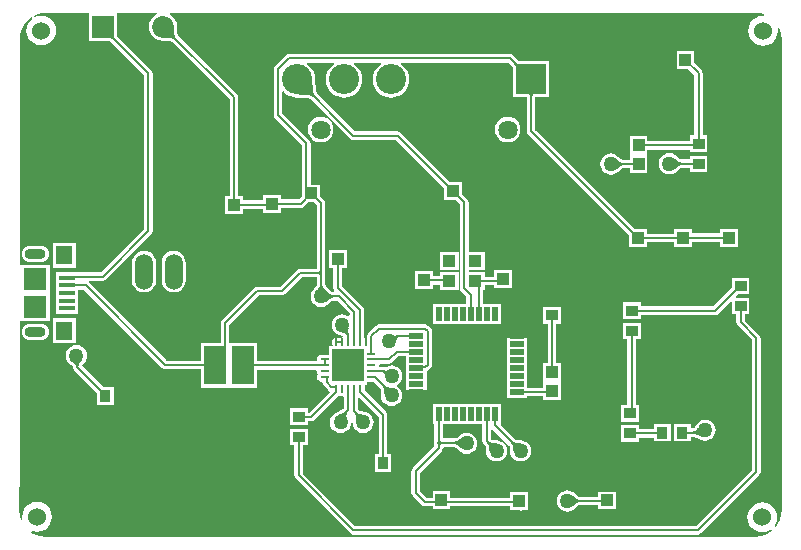
<source format=gtl>
G04*
G04 #@! TF.GenerationSoftware,Altium Limited,Altium Designer,19.1.5 (86)*
G04*
G04 Layer_Physical_Order=1*
G04 Layer_Color=255*
%FSLAX25Y25*%
%MOIN*%
G70*
G01*
G75*
%ADD15R,0.03937X0.03543*%
%ADD16R,0.07284X0.12992*%
%ADD17R,0.03937X0.03937*%
%ADD18R,0.03937X0.03937*%
%ADD19R,0.03543X0.03937*%
%ADD20R,0.10827X0.10827*%
%ADD21O,0.03150X0.00984*%
%ADD22O,0.00984X0.03150*%
%ADD23R,0.07480X0.07480*%
%ADD24R,0.05512X0.06299*%
%ADD25R,0.05315X0.01575*%
%ADD26R,0.04724X0.01968*%
%ADD27R,0.01968X0.04724*%
%ADD28R,0.04331X0.03858*%
%ADD53C,0.00800*%
%ADD54O,0.05937X0.11874*%
%ADD55C,0.06417*%
%ADD56R,0.10039X0.10039*%
%ADD57C,0.10039*%
%ADD58R,0.07284X0.07284*%
%ADD59C,0.07284*%
%ADD60O,0.07087X0.03543*%
%ADD61C,0.01968*%
%ADD62C,0.06000*%
%ADD63C,0.02362*%
%ADD64C,0.05000*%
G36*
X32362Y168462D02*
X32322Y168406D01*
X32309Y168333D01*
X32324Y168245D01*
X32367Y168140D01*
X32438Y168019D01*
X32536Y167881D01*
X32661Y167727D01*
X32995Y167370D01*
X31930Y167305D01*
X31788Y167440D01*
X31524Y167659D01*
X31401Y167742D01*
X31285Y167808D01*
X31175Y167856D01*
X31071Y167886D01*
X30974Y167898D01*
X30883Y167893D01*
X30798Y167870D01*
X32430Y168502D01*
X32362Y168462D01*
D02*
G37*
G36*
X52444Y170884D02*
X52546Y169413D01*
X52613Y169013D01*
X52696Y168656D01*
X52794Y168345D01*
X52909Y168078D01*
X53040Y167856D01*
X53187Y167678D01*
X52622Y167113D01*
X52444Y167260D01*
X52222Y167391D01*
X51955Y167506D01*
X51644Y167604D01*
X51287Y167687D01*
X50886Y167754D01*
X49951Y167838D01*
X49416Y167856D01*
X48836Y167858D01*
X52442Y171464D01*
X52444Y170884D01*
D02*
G37*
G36*
X166657Y159314D02*
X166953Y159063D01*
X167084Y158971D01*
X167202Y158902D01*
X167310Y158855D01*
X167406Y158831D01*
X167490Y158830D01*
X167563Y158852D01*
X167624Y158896D01*
X166504Y157776D01*
X166548Y157837D01*
X166570Y157910D01*
X166569Y157994D01*
X166545Y158090D01*
X166498Y158198D01*
X166429Y158317D01*
X166338Y158447D01*
X166223Y158589D01*
X165927Y158908D01*
X166492Y159473D01*
X166657Y159314D01*
D02*
G37*
G36*
X172224Y148884D02*
X172156Y148860D01*
X172096Y148820D01*
X172044Y148764D01*
X172000Y148692D01*
X171964Y148604D01*
X171936Y148500D01*
X171916Y148380D01*
X171904Y148244D01*
X171900Y148092D01*
X171100D01*
X171096Y148244D01*
X171084Y148380D01*
X171064Y148500D01*
X171036Y148604D01*
X171000Y148692D01*
X170956Y148764D01*
X170904Y148820D01*
X170844Y148860D01*
X170776Y148884D01*
X170700Y148892D01*
X172300D01*
X172224Y148884D01*
D02*
G37*
G36*
X98568Y153012D02*
X98695Y150903D01*
X98778Y150336D01*
X98881Y149837D01*
X99005Y149405D01*
X99149Y149040D01*
X99313Y148744D01*
X99498Y148515D01*
X98932Y147949D01*
X98703Y148134D01*
X98407Y148299D01*
X98043Y148443D01*
X97611Y148566D01*
X97111Y148670D01*
X96544Y148752D01*
X95206Y148857D01*
X93597Y148881D01*
X98567Y153850D01*
X98568Y153012D01*
D02*
G37*
G36*
X247854Y176021D02*
X249125Y175635D01*
X249181Y175534D01*
X248865Y175071D01*
X248800Y175080D01*
X247511Y174910D01*
X246310Y174413D01*
X245279Y173621D01*
X244488Y172590D01*
X243990Y171389D01*
X243820Y170100D01*
X243990Y168811D01*
X244488Y167610D01*
X245279Y166579D01*
X246310Y165787D01*
X247511Y165290D01*
X248800Y165120D01*
X250089Y165290D01*
X251290Y165787D01*
X252321Y166579D01*
X253113Y167610D01*
X253610Y168811D01*
X253780Y170100D01*
X253665Y170973D01*
X254149Y171129D01*
X254409Y170642D01*
X254921Y168955D01*
X255086Y167276D01*
X255071Y167200D01*
Y10400D01*
X255086Y10324D01*
X254921Y8646D01*
X254409Y6958D01*
X253578Y5404D01*
X252960Y4651D01*
X252568Y4962D01*
X252912Y5410D01*
X253410Y6611D01*
X253580Y7900D01*
X253410Y9189D01*
X252912Y10390D01*
X252121Y11421D01*
X251090Y12212D01*
X249889Y12710D01*
X248600Y12880D01*
X247311Y12710D01*
X246110Y12212D01*
X245079Y11421D01*
X244287Y10390D01*
X243790Y9189D01*
X243620Y7900D01*
X243790Y6611D01*
X244287Y5410D01*
X245079Y4379D01*
X246110Y3588D01*
X247311Y3090D01*
X248600Y2920D01*
X249889Y3090D01*
X251090Y3588D01*
X251538Y3932D01*
X251849Y3540D01*
X251097Y2922D01*
X249542Y2091D01*
X247854Y1579D01*
X246176Y1414D01*
X246100Y1429D01*
X9800D01*
X9724Y1414D01*
X8045Y1579D01*
X6358Y2091D01*
X4894Y2874D01*
X4814Y3038D01*
X5181Y3427D01*
X5511Y3290D01*
X6800Y3120D01*
X8089Y3290D01*
X9290Y3788D01*
X10321Y4579D01*
X11112Y5610D01*
X11610Y6811D01*
X11780Y8100D01*
X11610Y9389D01*
X11112Y10590D01*
X10321Y11621D01*
X9290Y12412D01*
X8089Y12910D01*
X6800Y13080D01*
X5511Y12910D01*
X4310Y12412D01*
X3279Y11621D01*
X2488Y10590D01*
X1990Y9389D01*
X1820Y8100D01*
X1938Y7209D01*
X1447Y7103D01*
X979Y8646D01*
X814Y10324D01*
X829Y10400D01*
Y17690D01*
X913Y17815D01*
X1029Y18400D01*
Y73233D01*
X1528Y73235D01*
X1529Y73235D01*
X11009D01*
Y82684D01*
Y92165D01*
X1529D01*
X1528Y92165D01*
X1029Y92167D01*
Y167200D01*
X1014Y167276D01*
X1179Y168955D01*
X1691Y170642D01*
X2522Y172196D01*
X3641Y173559D01*
X4912Y174603D01*
X5008Y174604D01*
X5182Y174107D01*
X4679Y173721D01*
X3887Y172690D01*
X3390Y171489D01*
X3220Y170200D01*
X3390Y168911D01*
X3887Y167710D01*
X4679Y166679D01*
X5710Y165887D01*
X6911Y165390D01*
X8200Y165220D01*
X9489Y165390D01*
X10690Y165887D01*
X11721Y166679D01*
X12513Y167710D01*
X13010Y168911D01*
X13180Y170200D01*
X13010Y171489D01*
X12513Y172690D01*
X11721Y173721D01*
X10690Y174513D01*
X9489Y175010D01*
X8200Y175180D01*
X6911Y175010D01*
X6038Y174648D01*
X5989Y174628D01*
X5895Y174625D01*
X5695Y175048D01*
X6558Y175509D01*
X8246Y176021D01*
X9924Y176186D01*
X10000Y176171D01*
X23670D01*
X24158Y176142D01*
Y166858D01*
X30742D01*
X30775Y166851D01*
X30816Y166858D01*
X30889D01*
X30911Y166843D01*
X31069Y166712D01*
X42473Y155309D01*
Y103991D01*
X28114Y89633D01*
X19058D01*
X19058Y89633D01*
X18920Y89605D01*
X13142D01*
Y86031D01*
Y83472D01*
Y80913D01*
Y78354D01*
Y75795D01*
X20458D01*
Y78354D01*
Y80913D01*
Y83832D01*
X22450D01*
X48591Y57691D01*
X48591Y57691D01*
X49054Y57381D01*
X49600Y57273D01*
X61606D01*
Y51104D01*
X80142D01*
Y57173D01*
X99834D01*
X100151Y56786D01*
X100120Y56631D01*
X100236Y56049D01*
X100505Y55647D01*
X100236Y55245D01*
X100120Y54663D01*
X100236Y54081D01*
X100566Y53587D01*
X101059Y53257D01*
X101476Y53175D01*
X101895Y52971D01*
X102004Y52425D01*
X102313Y51961D01*
X103861Y50413D01*
X103861Y50413D01*
X104249Y50154D01*
X104417Y49614D01*
X97676Y42874D01*
X96969D01*
Y44218D01*
X91031D01*
Y38675D01*
X96969D01*
Y40019D01*
X98268D01*
X98268Y40019D01*
X98814Y40128D01*
X99277Y40437D01*
X107238Y48399D01*
X107547Y48605D01*
X107949Y48336D01*
X108531Y48220D01*
X108686Y48251D01*
X109073Y47934D01*
Y44191D01*
X108836Y43954D01*
X106534Y42799D01*
X106486Y42761D01*
X106235Y42657D01*
X105504Y42096D01*
X104943Y41365D01*
X104590Y40514D01*
X104470Y39600D01*
X104590Y38686D01*
X104943Y37835D01*
X105504Y37104D01*
X106235Y36543D01*
X107086Y36190D01*
X108000Y36070D01*
X108914Y36190D01*
X109765Y36543D01*
X110496Y37104D01*
X111057Y37835D01*
X111410Y38686D01*
X111498Y39354D01*
X112002D01*
X112090Y38686D01*
X112443Y37835D01*
X113004Y37104D01*
X113735Y36543D01*
X114586Y36190D01*
X115500Y36070D01*
X116414Y36190D01*
X117265Y36543D01*
X117996Y37104D01*
X118557Y37835D01*
X118910Y38686D01*
X119030Y39600D01*
X118910Y40514D01*
X118557Y41365D01*
X117996Y42096D01*
X117265Y42657D01*
X116414Y43010D01*
X116171Y43042D01*
X116109Y43066D01*
X115735Y43135D01*
X115093Y43277D01*
X114587Y43424D01*
X114408Y43490D01*
X114262Y43553D01*
X114161Y43606D01*
X114125Y43630D01*
X113896Y43859D01*
Y47611D01*
X114358Y47802D01*
X120726Y41434D01*
Y29068D01*
X119382D01*
Y23132D01*
X124925D01*
Y29068D01*
X123581D01*
Y42025D01*
X123581Y42025D01*
X123472Y42571D01*
X123163Y43035D01*
X123163Y43035D01*
X115958Y50239D01*
Y51907D01*
X116188Y52187D01*
X116913D01*
Y52912D01*
X117193Y53142D01*
X118811D01*
X121382Y50571D01*
X121405Y50534D01*
X121439Y50461D01*
X121475Y50354D01*
X121507Y50212D01*
X121531Y50036D01*
X121544Y49839D01*
X121531Y49295D01*
X121502Y48984D01*
X121510Y48904D01*
X121470Y48600D01*
X121590Y47686D01*
X121943Y46835D01*
X122504Y46104D01*
X123235Y45543D01*
X124086Y45190D01*
X125000Y45070D01*
X125914Y45190D01*
X126765Y45543D01*
X127496Y46104D01*
X128057Y46835D01*
X128410Y47686D01*
X128530Y48600D01*
X128410Y49514D01*
X128057Y50365D01*
X127496Y51096D01*
X126897Y51556D01*
X126855Y51712D01*
Y51988D01*
X126897Y52144D01*
X127496Y52604D01*
X128057Y53335D01*
X128410Y54186D01*
X128530Y55100D01*
X128410Y56014D01*
X128057Y56865D01*
X127496Y57596D01*
X126765Y58157D01*
X125914Y58510D01*
X125000Y58630D01*
X124086Y58510D01*
X123235Y58157D01*
X122925Y57919D01*
X122878Y57950D01*
X122332Y58059D01*
X122332Y58059D01*
X121166D01*
X120849Y58445D01*
X120880Y58600D01*
X120849Y58755D01*
X121166Y59141D01*
X124230D01*
X124230Y59141D01*
X124776Y59250D01*
X125239Y59559D01*
X127368Y61688D01*
X129905D01*
Y58454D01*
Y55777D01*
Y53100D01*
Y50423D01*
X136630D01*
Y53100D01*
Y56710D01*
X136756Y56736D01*
X137219Y57045D01*
X138039Y57865D01*
X138039Y57865D01*
X138349Y58328D01*
X138457Y58874D01*
X138457Y58874D01*
Y70034D01*
X138457Y70034D01*
X138349Y70581D01*
X138039Y71044D01*
X138039Y71044D01*
X137219Y71864D01*
X136756Y72173D01*
X136210Y72282D01*
X136210Y72282D01*
X120754D01*
X120754Y72282D01*
X120208Y72173D01*
X119745Y71864D01*
X119745Y71864D01*
X117266Y69385D01*
X116957Y68922D01*
X116848Y68376D01*
X116848Y68375D01*
Y65013D01*
X116188D01*
X115958Y65293D01*
Y67458D01*
X115864Y67930D01*
Y77011D01*
X115865Y77011D01*
X115756Y77557D01*
X115446Y78020D01*
X108427Y85039D01*
Y90982D01*
X109968D01*
Y96919D01*
X104032D01*
Y90982D01*
X105573D01*
Y84448D01*
X105573Y84448D01*
X105681Y83902D01*
X105827Y83683D01*
X105646Y83162D01*
X105307Y83063D01*
X105292Y83068D01*
X105173Y83123D01*
X105028Y83206D01*
X104860Y83318D01*
X104682Y83452D01*
X104240Y83840D01*
X104044Y84033D01*
X103996Y84096D01*
X103933Y84145D01*
X103740Y84340D01*
X103352Y84782D01*
X103218Y84960D01*
X103106Y85128D01*
X103023Y85273D01*
X102968Y85392D01*
X102937Y85482D01*
X102927Y85527D01*
Y89400D01*
Y112550D01*
X102927Y112550D01*
X102819Y113097D01*
X102509Y113560D01*
X101119Y114950D01*
Y118869D01*
X98009D01*
Y132621D01*
X98009Y132621D01*
X97901Y133167D01*
X97591Y133630D01*
X97591Y133630D01*
X88555Y142666D01*
Y149752D01*
X89026Y149921D01*
X89270Y149623D01*
X90187Y148871D01*
X91233Y148312D01*
X92367Y147967D01*
X93547Y147851D01*
X93639Y147860D01*
X95159Y147838D01*
X96430Y147739D01*
X96934Y147665D01*
X97367Y147575D01*
X97714Y147476D01*
X97970Y147375D01*
X98132Y147285D01*
X98192Y147237D01*
X111263Y134166D01*
X111263Y134166D01*
X111726Y133856D01*
X112272Y133748D01*
X112272Y133748D01*
X126383D01*
X142532Y117599D01*
Y113681D01*
X146450D01*
X147838Y112293D01*
Y84245D01*
X147838Y84245D01*
X147947Y83698D01*
X148256Y83235D01*
X149911Y81580D01*
Y79194D01*
X138646D01*
Y72470D01*
X161354D01*
Y79194D01*
X155443D01*
Y83824D01*
X155996D01*
Y85326D01*
X159132D01*
Y84282D01*
X165068D01*
Y90219D01*
X159132D01*
Y88181D01*
X155996D01*
Y89683D01*
X150693D01*
Y90517D01*
X155996D01*
Y96376D01*
X150693D01*
Y112884D01*
X150693Y112884D01*
X150584Y113431D01*
X150275Y113894D01*
X150275Y113894D01*
X148468Y115700D01*
Y119618D01*
X144550D01*
X127984Y136185D01*
X127521Y136494D01*
X126974Y136603D01*
X126974Y136603D01*
X112863D01*
X100211Y149255D01*
X100162Y149316D01*
X100073Y149477D01*
X99971Y149733D01*
X99872Y150080D01*
X99782Y150513D01*
X99710Y151008D01*
X99588Y153043D01*
X99586Y153802D01*
X99596Y153900D01*
X99480Y155080D01*
X99136Y156215D01*
X98577Y157261D01*
X97824Y158177D01*
X96908Y158929D01*
X96799Y158988D01*
X96921Y159473D01*
X105765D01*
X105886Y158988D01*
X105777Y158929D01*
X104861Y158177D01*
X104108Y157261D01*
X103549Y156215D01*
X103205Y155080D01*
X103089Y153900D01*
X103205Y152720D01*
X103549Y151585D01*
X104108Y150540D01*
X104861Y149623D01*
X105777Y148871D01*
X106823Y148312D01*
X107958Y147967D01*
X109138Y147851D01*
X110318Y147967D01*
X111453Y148312D01*
X112498Y148871D01*
X113415Y149623D01*
X114167Y150540D01*
X114726Y151585D01*
X115070Y152720D01*
X115187Y153900D01*
X115070Y155080D01*
X114726Y156215D01*
X114167Y157261D01*
X113415Y158177D01*
X112498Y158929D01*
X112390Y158988D01*
X112511Y159473D01*
X121355D01*
X121477Y158988D01*
X121368Y158929D01*
X120451Y158177D01*
X119699Y157261D01*
X119140Y156215D01*
X118796Y155080D01*
X118679Y153900D01*
X118796Y152720D01*
X119140Y151585D01*
X119699Y150540D01*
X120451Y149623D01*
X121368Y148871D01*
X122414Y148312D01*
X123548Y147967D01*
X124728Y147851D01*
X125908Y147967D01*
X127043Y148312D01*
X128089Y148871D01*
X129006Y149623D01*
X129758Y150540D01*
X130317Y151585D01*
X130661Y152720D01*
X130777Y153900D01*
X130661Y155080D01*
X130317Y156215D01*
X129758Y157261D01*
X129006Y158177D01*
X128089Y158929D01*
X127980Y158988D01*
X128102Y159473D01*
X163909D01*
X165341Y158040D01*
X165452Y157921D01*
X165480Y157886D01*
Y147880D01*
X170073D01*
Y136600D01*
X170073Y136600D01*
X170181Y136054D01*
X170491Y135591D01*
X204031Y102050D01*
Y98132D01*
X209968D01*
Y99673D01*
X219232D01*
Y98182D01*
X225168D01*
Y99723D01*
X234531D01*
Y98182D01*
X240469D01*
Y104119D01*
X234531D01*
Y102578D01*
X225168D01*
Y104119D01*
X219232D01*
Y102527D01*
X209968D01*
Y104069D01*
X206050D01*
X172927Y137191D01*
Y147880D01*
X177520D01*
Y159920D01*
X167519D01*
X167386Y160032D01*
X165509Y161909D01*
X165046Y162219D01*
X164500Y162327D01*
X164500Y162327D01*
X90800D01*
X90800Y162327D01*
X90254Y162219D01*
X89791Y161909D01*
X89791Y161909D01*
X86118Y158237D01*
X85809Y157774D01*
X85700Y157228D01*
X85700Y157228D01*
Y142075D01*
X85700Y142075D01*
X85809Y141529D01*
X86118Y141066D01*
X95155Y132030D01*
Y117469D01*
X95154Y117469D01*
X95182Y117331D01*
Y114950D01*
X94109Y113877D01*
X87968D01*
Y115418D01*
X82032D01*
Y113577D01*
X75368D01*
Y115118D01*
X73827D01*
Y147900D01*
X73827Y147900D01*
X73719Y148446D01*
X73409Y148909D01*
X53888Y168430D01*
X53877Y168444D01*
X53820Y168540D01*
X53751Y168701D01*
X53680Y168926D01*
X53614Y169211D01*
X53560Y169533D01*
X53463Y170922D01*
X53462Y171346D01*
X53482Y171500D01*
X53322Y172712D01*
X52855Y173841D01*
X52110Y174811D01*
X51141Y175555D01*
X50860Y175671D01*
X50960Y176171D01*
X246100D01*
X246176Y176186D01*
X247854Y176021D01*
D02*
G37*
G36*
X46740Y175671D02*
X46459Y175555D01*
X45489Y174811D01*
X44745Y173841D01*
X44278Y172712D01*
X44118Y171500D01*
X44278Y170288D01*
X44745Y169159D01*
X45489Y168190D01*
X46459Y167446D01*
X47588Y166978D01*
X48800Y166818D01*
X48954Y166838D01*
X49397Y166837D01*
X49887Y166820D01*
X50757Y166742D01*
X51089Y166686D01*
X51374Y166620D01*
X51599Y166549D01*
X51760Y166480D01*
X51856Y166423D01*
X51870Y166412D01*
X70973Y147309D01*
Y115118D01*
X69432D01*
Y109181D01*
X75368D01*
Y110722D01*
X82032D01*
Y109481D01*
X87968D01*
Y111022D01*
X94700D01*
X94700Y111022D01*
X95246Y111131D01*
X95709Y111440D01*
X97201Y112932D01*
X99100D01*
X100073Y111959D01*
Y90827D01*
X94382D01*
X94382Y90827D01*
X93836Y90719D01*
X93373Y90409D01*
X93373Y90409D01*
X87791Y84827D01*
X80099D01*
X79552Y84719D01*
X79089Y84409D01*
X79089Y84409D01*
X68480Y73801D01*
X68171Y73338D01*
X68062Y72791D01*
X68062Y72791D01*
Y66096D01*
X61606D01*
Y60127D01*
X50191D01*
X24050Y86268D01*
X24036Y86278D01*
X24187Y86778D01*
X28705D01*
X28705Y86778D01*
X29252Y86887D01*
X29715Y87196D01*
X44909Y102391D01*
X44909Y102391D01*
X45219Y102854D01*
X45327Y103400D01*
Y155900D01*
X45327Y155900D01*
X45219Y156446D01*
X44909Y156909D01*
X44909Y156909D01*
X33564Y168254D01*
X33442Y168385D01*
Y168445D01*
X33449Y168478D01*
X33442Y168520D01*
Y176142D01*
X33930Y176171D01*
X46640D01*
X46740Y175671D01*
D02*
G37*
G36*
X101900Y89400D02*
X101100Y88200D01*
X101092Y88352D01*
X101068Y88488D01*
X101028Y88608D01*
X100972Y88712D01*
X100900Y88800D01*
X100812Y88872D01*
X100708Y88928D01*
X100588Y88968D01*
X100452Y88992D01*
X100300Y89000D01*
Y89800D01*
X100452Y89808D01*
X100588Y89832D01*
X100708Y89872D01*
X100812Y89928D01*
X100900Y90000D01*
X100972Y90088D01*
X101028Y90192D01*
X101068Y90312D01*
X101092Y90448D01*
X101100Y90600D01*
X101900Y89400D01*
D02*
G37*
G36*
X101913Y85391D02*
X101954Y85206D01*
X102022Y85010D01*
X102116Y84806D01*
X102237Y84593D01*
X102386Y84370D01*
X102561Y84137D01*
X102994Y83645D01*
X103250Y83385D01*
X99750D01*
X100006Y83645D01*
X100438Y84137D01*
X100614Y84370D01*
X100762Y84593D01*
X100884Y84806D01*
X100979Y85010D01*
X101046Y85206D01*
X101086Y85391D01*
X101100Y85568D01*
X101900D01*
X101913Y85391D01*
D02*
G37*
G36*
X100073Y85527D02*
X100063Y85482D01*
X100032Y85392D01*
X99977Y85273D01*
X99894Y85128D01*
X99782Y84960D01*
X99648Y84782D01*
X99260Y84340D01*
X99067Y84145D01*
X99004Y84096D01*
X98443Y83365D01*
X98090Y82514D01*
X97970Y81600D01*
X98090Y80686D01*
X98443Y79835D01*
X99004Y79104D01*
X99735Y78543D01*
X100586Y78190D01*
X101500Y78070D01*
X102414Y78190D01*
X103265Y78543D01*
X103996Y79104D01*
X104044Y79167D01*
X104240Y79360D01*
X104682Y79748D01*
X104860Y79882D01*
X105028Y79994D01*
X105173Y80077D01*
X105292Y80132D01*
X105382Y80163D01*
X105427Y80173D01*
X106711D01*
X111006Y75878D01*
Y75219D01*
X110506Y74972D01*
X110265Y75157D01*
X109414Y75510D01*
X108500Y75630D01*
X107586Y75510D01*
X106735Y75157D01*
X106004Y74596D01*
X105443Y73865D01*
X105090Y73014D01*
X104970Y72100D01*
X105090Y71186D01*
X105443Y70335D01*
X106004Y69604D01*
X106735Y69043D01*
X107586Y68690D01*
X107894Y68650D01*
X107969Y68621D01*
X108204Y68581D01*
X108400Y68538D01*
X108581Y68488D01*
X108584Y68487D01*
X108645Y68286D01*
X108627Y68212D01*
X108344Y67803D01*
X106563D01*
X106017Y67694D01*
X105554Y67385D01*
X105244Y66922D01*
X105136Y66376D01*
X105244Y65829D01*
X105455Y65513D01*
X105264Y65047D01*
X105234Y65013D01*
X104087D01*
Y62319D01*
X103807Y62090D01*
X101642D01*
X101059Y61974D01*
X100566Y61644D01*
X100236Y61151D01*
X100120Y60568D01*
X100151Y60414D01*
X99834Y60027D01*
X80142D01*
Y66096D01*
X70917D01*
Y72200D01*
X80690Y81973D01*
X88382D01*
X88382Y81973D01*
X88929Y82081D01*
X89392Y82391D01*
X94974Y87973D01*
X100073D01*
Y85527D01*
D02*
G37*
G36*
X103545Y83094D02*
X104038Y82661D01*
X104270Y82486D01*
X104493Y82337D01*
X104706Y82216D01*
X104911Y82121D01*
X105106Y82054D01*
X105291Y82013D01*
X105468Y82000D01*
Y81200D01*
X105291Y81186D01*
X105106Y81146D01*
X104911Y81078D01*
X104706Y80984D01*
X104493Y80862D01*
X104270Y80714D01*
X104038Y80538D01*
X103545Y80107D01*
X103285Y79850D01*
Y83350D01*
X103545Y83094D01*
D02*
G37*
G36*
X110584Y70687D02*
X110509Y70501D01*
X110457Y70323D01*
X110429Y70152D01*
X110424Y69989D01*
X110442Y69833D01*
X110483Y69684D01*
X110548Y69542D01*
X110636Y69408D01*
X110748Y69282D01*
X110182Y68716D01*
X110032Y68854D01*
X109871Y68982D01*
X109697Y69099D01*
X109511Y69206D01*
X109313Y69302D01*
X109102Y69388D01*
X108880Y69463D01*
X108645Y69528D01*
X108398Y69582D01*
X108140Y69626D01*
X110682Y70880D01*
X110584Y70687D01*
D02*
G37*
G36*
X127289Y68187D02*
X127152Y68040D01*
X127027Y67886D01*
X126915Y67725D01*
X126816Y67558D01*
X126730Y67385D01*
X126656Y67206D01*
X126596Y67020D01*
X126549Y66827D01*
X126515Y66629D01*
X126494Y66424D01*
X125378Y68686D01*
X125530Y68595D01*
X125678Y68526D01*
X125823Y68478D01*
X125963Y68452D01*
X126100Y68448D01*
X126232Y68466D01*
X126361Y68505D01*
X126486Y68566D01*
X126607Y68649D01*
X126724Y68753D01*
X127289Y68187D01*
D02*
G37*
G36*
X122682Y56852D02*
X122746Y56800D01*
X122808Y56759D01*
X122866Y56730D01*
X122922Y56712D01*
X122975Y56706D01*
X123025Y56710D01*
X123073Y56726D01*
X123117Y56753D01*
X123159Y56791D01*
X122537Y55531D01*
X122541Y55590D01*
X122534Y55653D01*
X122514Y55722D01*
X122483Y55796D01*
X122440Y55876D01*
X122385Y55960D01*
X122319Y56049D01*
X122151Y56244D01*
X122049Y56349D01*
X122615Y56914D01*
X122682Y56852D01*
D02*
G37*
G36*
X122829Y51726D02*
X122983Y51626D01*
X123165Y51533D01*
X123376Y51448D01*
X123615Y51369D01*
X123883Y51299D01*
X124503Y51179D01*
X124856Y51130D01*
X125238Y51089D01*
X122517Y48888D01*
X122550Y49235D01*
X122564Y49861D01*
X122546Y50139D01*
X122511Y50395D01*
X122458Y50627D01*
X122389Y50837D01*
X122302Y51024D01*
X122198Y51188D01*
X122077Y51329D01*
X122703Y51834D01*
X122829Y51726D01*
D02*
G37*
G36*
X110298Y42833D02*
X110167Y42680D01*
X110064Y42514D01*
X109988Y42333D01*
X109941Y42139D01*
X109923Y41931D01*
X109932Y41709D01*
X109970Y41473D01*
X110036Y41224D01*
X110131Y40960D01*
X110253Y40683D01*
X106992Y41888D01*
X109462Y43128D01*
X110298Y42833D01*
D02*
G37*
G36*
X113495Y42824D02*
X113643Y42727D01*
X113821Y42633D01*
X114030Y42542D01*
X114269Y42455D01*
X114840Y42289D01*
X115533Y42136D01*
X115926Y42064D01*
X113046Y40075D01*
X113102Y40408D01*
X113155Y41011D01*
X113151Y41282D01*
X113127Y41531D01*
X113083Y41759D01*
X113019Y41967D01*
X112935Y42153D01*
X112831Y42319D01*
X112707Y42463D01*
X113378Y42924D01*
X113495Y42824D01*
D02*
G37*
%LPC*%
G36*
X225918Y163268D02*
X219981D01*
Y157332D01*
X223899D01*
X225873Y155358D01*
Y135218D01*
X224331D01*
Y133377D01*
X210268D01*
Y134918D01*
X204331D01*
Y129119D01*
X204331Y128981D01*
Y128619D01*
X204331Y128481D01*
Y127127D01*
X202027D01*
X201982Y127137D01*
X201892Y127168D01*
X201773Y127223D01*
X201628Y127306D01*
X201460Y127418D01*
X201282Y127552D01*
X200840Y127940D01*
X200644Y128133D01*
X200596Y128196D01*
X199865Y128757D01*
X199014Y129110D01*
X198100Y129230D01*
X197186Y129110D01*
X196335Y128757D01*
X195604Y128196D01*
X195043Y127465D01*
X194690Y126614D01*
X194570Y125700D01*
X194690Y124786D01*
X195043Y123935D01*
X195604Y123204D01*
X196335Y122643D01*
X197186Y122290D01*
X198100Y122170D01*
X199014Y122290D01*
X199865Y122643D01*
X200596Y123204D01*
X200644Y123267D01*
X200840Y123460D01*
X201282Y123848D01*
X201460Y123982D01*
X201628Y124094D01*
X201773Y124177D01*
X201892Y124232D01*
X201982Y124263D01*
X202027Y124273D01*
X204331D01*
Y122682D01*
X210268D01*
Y128481D01*
X210268Y128619D01*
Y128981D01*
X210268Y129119D01*
Y130522D01*
X224331D01*
Y129675D01*
X230269D01*
Y135218D01*
X228727D01*
Y155950D01*
X228727Y155950D01*
X228619Y156496D01*
X228309Y156959D01*
X225918Y159350D01*
Y163268D01*
D02*
G37*
G36*
X163705Y141452D02*
X162606Y141307D01*
X161582Y140883D01*
X160703Y140209D01*
X160029Y139330D01*
X159604Y138306D01*
X159460Y137207D01*
X159604Y136108D01*
X160029Y135085D01*
X160703Y134205D01*
X161582Y133531D01*
X162606Y133107D01*
X163705Y132962D01*
X164803Y133107D01*
X165827Y133531D01*
X166706Y134205D01*
X167381Y135085D01*
X167805Y136108D01*
X167950Y137207D01*
X167805Y138306D01*
X167381Y139330D01*
X166706Y140209D01*
X165827Y140883D01*
X164803Y141307D01*
X163705Y141452D01*
D02*
G37*
G36*
X101342D02*
X100244Y141307D01*
X99220Y140883D01*
X98341Y140209D01*
X97666Y139330D01*
X97242Y138306D01*
X97097Y137207D01*
X97242Y136108D01*
X97666Y135085D01*
X98341Y134205D01*
X99220Y133531D01*
X100244Y133107D01*
X101342Y132962D01*
X102441Y133107D01*
X103465Y133531D01*
X104344Y134205D01*
X105019Y135085D01*
X105443Y136108D01*
X105587Y137207D01*
X105443Y138306D01*
X105019Y139330D01*
X104344Y140209D01*
X103465Y140883D01*
X102441Y141307D01*
X101342Y141452D01*
D02*
G37*
G36*
X217600Y129330D02*
X216686Y129210D01*
X215835Y128857D01*
X215104Y128296D01*
X214543Y127565D01*
X214190Y126714D01*
X214070Y125800D01*
X214190Y124886D01*
X214543Y124035D01*
X215104Y123304D01*
X215835Y122743D01*
X216686Y122390D01*
X217600Y122270D01*
X218514Y122390D01*
X219365Y122743D01*
X220096Y123304D01*
X220145Y123367D01*
X220340Y123560D01*
X220782Y123948D01*
X220960Y124082D01*
X221128Y124194D01*
X221273Y124277D01*
X221392Y124332D01*
X221482Y124363D01*
X221527Y124373D01*
X224331D01*
Y122982D01*
X230269D01*
Y128525D01*
X224331D01*
Y127227D01*
X221527D01*
X221482Y127237D01*
X221392Y127268D01*
X221273Y127323D01*
X221128Y127406D01*
X220960Y127518D01*
X220782Y127652D01*
X220340Y128040D01*
X220145Y128233D01*
X220096Y128296D01*
X219365Y128857D01*
X218514Y129210D01*
X217600Y129330D01*
D02*
G37*
G36*
X8040Y98488D02*
X4497D01*
X3773Y98392D01*
X3099Y98113D01*
X2520Y97669D01*
X2076Y97090D01*
X1797Y96416D01*
X1701Y95692D01*
X1797Y94969D01*
X2076Y94294D01*
X2520Y93715D01*
X3099Y93271D01*
X3773Y92992D01*
X4497Y92897D01*
X8040D01*
X8764Y92992D01*
X9438Y93271D01*
X10017Y93715D01*
X10461Y94294D01*
X10740Y94969D01*
X10836Y95692D01*
X10740Y96416D01*
X10461Y97090D01*
X10017Y97669D01*
X9438Y98113D01*
X8764Y98392D01*
X8040Y98488D01*
D02*
G37*
G36*
X19670Y99448D02*
X12158D01*
Y91149D01*
X19670D01*
Y99448D01*
D02*
G37*
G36*
X147335Y96376D02*
X141004D01*
Y90517D01*
X147335D01*
Y96376D01*
D02*
G37*
G36*
X138669Y89919D02*
X132731D01*
Y83982D01*
X138669D01*
Y85523D01*
X141004D01*
Y83824D01*
X147335D01*
Y89683D01*
X141004D01*
Y88378D01*
X138669D01*
Y89919D01*
D02*
G37*
G36*
X8040Y72503D02*
X4497D01*
X3773Y72408D01*
X3099Y72129D01*
X2520Y71685D01*
X2076Y71106D01*
X1797Y70431D01*
X1701Y69708D01*
X1797Y68984D01*
X2076Y68310D01*
X2520Y67731D01*
X3099Y67287D01*
X3773Y67008D01*
X4497Y66912D01*
X8040D01*
X8764Y67008D01*
X9438Y67287D01*
X10017Y67731D01*
X10461Y68310D01*
X10740Y68984D01*
X10836Y69708D01*
X10740Y70431D01*
X10461Y71106D01*
X10017Y71685D01*
X9438Y72129D01*
X8764Y72408D01*
X8040Y72503D01*
D02*
G37*
G36*
X19670Y74251D02*
X12158D01*
Y65952D01*
X19670D01*
Y74251D01*
D02*
G37*
G36*
X181468Y78025D02*
X175531D01*
Y72482D01*
X177073D01*
Y59218D01*
X175531D01*
Y53419D01*
X175531Y53281D01*
Y52919D01*
X175531Y52781D01*
Y51157D01*
X170095D01*
Y55777D01*
Y58454D01*
Y61132D01*
Y63809D01*
Y67777D01*
X163370D01*
Y63809D01*
Y61132D01*
Y58454D01*
Y55777D01*
Y53100D01*
Y50423D01*
Y47746D01*
X170095D01*
Y48303D01*
X175531D01*
Y46982D01*
X181468D01*
Y52781D01*
X181468Y52919D01*
Y53281D01*
X181468Y53419D01*
Y59218D01*
X179927D01*
Y72482D01*
X181468D01*
Y78025D01*
D02*
G37*
G36*
X19900Y65330D02*
X18986Y65210D01*
X18135Y64857D01*
X17404Y64296D01*
X16843Y63565D01*
X16490Y62714D01*
X16370Y61800D01*
X16490Y60886D01*
X16843Y60035D01*
X17404Y59304D01*
X18135Y58743D01*
X18212Y58711D01*
X18344Y58632D01*
X18454Y58555D01*
X18540Y58482D01*
X18604Y58417D01*
X18649Y58359D01*
X18680Y58308D01*
X18701Y58262D01*
X18716Y58215D01*
X18723Y58177D01*
Y58100D01*
X18723Y58100D01*
X18732Y58056D01*
X18733Y58041D01*
X18742Y58006D01*
X18832Y57554D01*
X19141Y57091D01*
X26782Y49450D01*
Y45531D01*
X32325D01*
Y51468D01*
X28801D01*
X21700Y58569D01*
X21750Y58653D01*
X21827Y58760D01*
X21922Y58872D01*
X22037Y58990D01*
X22196Y59132D01*
X22226Y59173D01*
X22396Y59304D01*
X22957Y60035D01*
X23310Y60886D01*
X23430Y61800D01*
X23310Y62714D01*
X22957Y63565D01*
X22396Y64296D01*
X21665Y64857D01*
X20814Y65210D01*
X19900Y65330D01*
D02*
G37*
G36*
X207968Y72872D02*
X202031D01*
Y67328D01*
X203573D01*
Y45365D01*
X201532D01*
Y39821D01*
X207469D01*
Y45365D01*
X206427D01*
Y67328D01*
X207968D01*
Y72872D01*
D02*
G37*
G36*
X229500Y40530D02*
X228586Y40410D01*
X227735Y40057D01*
X227004Y39496D01*
X226443Y38765D01*
X226370Y38589D01*
X226343Y38556D01*
X226212Y38302D01*
X226096Y38109D01*
X225985Y37953D01*
X225883Y37832D01*
X225794Y37745D01*
X225718Y37687D01*
X225659Y37653D01*
X225613Y37635D01*
X225582Y37627D01*
X224718D01*
Y39169D01*
X219175D01*
Y33231D01*
X224718D01*
Y34773D01*
X225814D01*
X225839Y34767D01*
X225919Y34745D01*
X227547Y34042D01*
X227716Y33957D01*
X227735Y33943D01*
X227792Y33919D01*
X227912Y33859D01*
X227914Y33858D01*
X227916Y33857D01*
X227990Y33837D01*
X228586Y33590D01*
X229500Y33470D01*
X230414Y33590D01*
X231265Y33943D01*
X231996Y34504D01*
X232557Y35235D01*
X232910Y36086D01*
X233030Y37000D01*
X232910Y37914D01*
X232557Y38765D01*
X231996Y39496D01*
X231265Y40057D01*
X230414Y40410D01*
X229500Y40530D01*
D02*
G37*
G36*
X218025Y39169D02*
X212482D01*
Y37327D01*
X207469D01*
Y38672D01*
X201532D01*
Y33128D01*
X207469D01*
Y34473D01*
X212482D01*
Y33231D01*
X218025D01*
Y39169D01*
D02*
G37*
G36*
X161354Y45730D02*
X138646D01*
Y39006D01*
X139202D01*
Y32800D01*
Y31543D01*
X131991Y24331D01*
X131681Y23868D01*
X131573Y23322D01*
X131573Y23322D01*
Y16100D01*
X131573Y16100D01*
X131681Y15554D01*
X131991Y15091D01*
X135091Y11991D01*
X135091Y11991D01*
X135554Y11681D01*
X136100Y11573D01*
X136100Y11573D01*
X138631D01*
Y10781D01*
X144569D01*
Y11573D01*
X164532D01*
Y10331D01*
X167380D01*
X167454Y10281D01*
X168000Y10173D01*
X168546Y10281D01*
X168620Y10331D01*
X170468D01*
Y16268D01*
X164532D01*
Y14427D01*
X144569D01*
Y16718D01*
X138631D01*
Y14427D01*
X136691D01*
X134427Y16691D01*
Y22731D01*
X141639Y29943D01*
X141639Y29943D01*
X141949Y30406D01*
X142057Y30952D01*
X142311Y31373D01*
X146051D01*
X146095Y31363D01*
X146174Y31334D01*
X146279Y31282D01*
X146407Y31203D01*
X146556Y31095D01*
X146711Y30963D01*
X147102Y30570D01*
X147310Y30330D01*
X147359Y30292D01*
X147504Y30104D01*
X148235Y29543D01*
X149086Y29190D01*
X150000Y29070D01*
X150914Y29190D01*
X151765Y29543D01*
X152496Y30104D01*
X153057Y30835D01*
X153410Y31686D01*
X153530Y32600D01*
X153410Y33514D01*
X153057Y34365D01*
X152496Y35096D01*
X151765Y35657D01*
X150914Y36010D01*
X150000Y36130D01*
X149086Y36010D01*
X148235Y35657D01*
X147784Y35311D01*
X147703Y35266D01*
X147425Y35032D01*
X147184Y34841D01*
X146726Y34518D01*
X146549Y34411D01*
X146387Y34327D01*
X146255Y34270D01*
X146156Y34237D01*
X146110Y34227D01*
X142057D01*
Y39006D01*
X155265D01*
Y33407D01*
X155265Y33407D01*
X155374Y32861D01*
X155684Y32398D01*
X156214Y31868D01*
X156239Y31829D01*
X156280Y31743D01*
X156325Y31620D01*
X156370Y31459D01*
X156409Y31262D01*
X156440Y31040D01*
X156478Y30454D01*
X156480Y30179D01*
X156470Y30100D01*
X156590Y29186D01*
X156943Y28335D01*
X157504Y27604D01*
X158235Y27043D01*
X159086Y26690D01*
X160000Y26570D01*
X160914Y26690D01*
X161765Y27043D01*
X162496Y27604D01*
X163057Y28335D01*
X163410Y29186D01*
X163530Y30100D01*
X163410Y31014D01*
X163057Y31865D01*
X162496Y32596D01*
X161765Y33157D01*
X160914Y33510D01*
X160000Y33630D01*
X159921Y33620D01*
X159646Y33622D01*
X159060Y33660D01*
X158838Y33691D01*
X158641Y33730D01*
X158480Y33775D01*
X158357Y33820D01*
X158271Y33861D01*
X158232Y33886D01*
X158120Y33998D01*
Y37254D01*
X158620Y37461D01*
X164214Y31868D01*
X164239Y31829D01*
X164280Y31743D01*
X164325Y31620D01*
X164370Y31459D01*
X164409Y31262D01*
X164440Y31040D01*
X164478Y30454D01*
X164480Y30179D01*
X164470Y30100D01*
X164590Y29186D01*
X164943Y28335D01*
X165504Y27604D01*
X166235Y27043D01*
X167086Y26690D01*
X168000Y26570D01*
X168914Y26690D01*
X169765Y27043D01*
X170496Y27604D01*
X171057Y28335D01*
X171410Y29186D01*
X171530Y30100D01*
X171410Y31014D01*
X171057Y31865D01*
X170496Y32596D01*
X169765Y33157D01*
X168914Y33510D01*
X168000Y33630D01*
X167921Y33620D01*
X167646Y33622D01*
X167060Y33660D01*
X166838Y33691D01*
X166641Y33730D01*
X166480Y33775D01*
X166357Y33820D01*
X166271Y33861D01*
X166233Y33886D01*
X161544Y38575D01*
X161354Y39006D01*
X161354D01*
X161354Y39006D01*
Y45730D01*
D02*
G37*
G36*
X183600Y16930D02*
X182686Y16810D01*
X181835Y16457D01*
X181104Y15896D01*
X180543Y15165D01*
X180190Y14314D01*
X180070Y13400D01*
X180190Y12486D01*
X180543Y11635D01*
X181104Y10904D01*
X181835Y10343D01*
X182686Y9990D01*
X183600Y9870D01*
X184514Y9990D01*
X185365Y10343D01*
X186096Y10904D01*
X186144Y10967D01*
X186340Y11160D01*
X186782Y11548D01*
X186960Y11682D01*
X187128Y11794D01*
X187273Y11877D01*
X187392Y11932D01*
X187482Y11963D01*
X187527Y11973D01*
X193931D01*
Y10581D01*
X199869D01*
Y16518D01*
X193931D01*
Y14827D01*
X187527D01*
X187482Y14837D01*
X187392Y14868D01*
X187273Y14923D01*
X187128Y15006D01*
X186960Y15118D01*
X186782Y15252D01*
X186340Y15640D01*
X186144Y15833D01*
X186096Y15896D01*
X185365Y16457D01*
X184514Y16810D01*
X183600Y16930D01*
D02*
G37*
G36*
X244268Y87818D02*
X238332D01*
Y84294D01*
X232258Y78220D01*
X207968D01*
Y79565D01*
X202031D01*
Y74021D01*
X207968D01*
Y75366D01*
X232850D01*
X232850Y75366D01*
X233396Y75474D01*
X233859Y75784D01*
X237870Y79794D01*
X238332Y79603D01*
Y75582D01*
X239923D01*
Y72900D01*
X239923Y72900D01*
X240031Y72354D01*
X240341Y71891D01*
X245173Y67059D01*
Y23791D01*
X226440Y5059D01*
X112860D01*
X95427Y22491D01*
Y31982D01*
X96969D01*
Y37525D01*
X91031D01*
Y31982D01*
X92573D01*
Y21900D01*
X92573Y21900D01*
X92681Y21354D01*
X92991Y20891D01*
X111259Y2622D01*
X111259Y2622D01*
X111722Y2313D01*
X112268Y2204D01*
X227031D01*
X227031Y2204D01*
X227578Y2313D01*
X228041Y2622D01*
X247609Y22191D01*
X247609Y22191D01*
X247919Y22654D01*
X248027Y23200D01*
Y67650D01*
X248027Y67650D01*
X247919Y68196D01*
X247609Y68659D01*
X247609Y68659D01*
X242777Y73491D01*
Y75582D01*
X244268D01*
Y81125D01*
X239854D01*
X239663Y81587D01*
X240350Y82275D01*
X244268D01*
Y87818D01*
D02*
G37*
%LPD*%
G36*
X200145Y127193D02*
X200638Y126761D01*
X200870Y126586D01*
X201093Y126437D01*
X201306Y126316D01*
X201511Y126222D01*
X201706Y126154D01*
X201891Y126113D01*
X202068Y126100D01*
Y125300D01*
X201891Y125286D01*
X201706Y125246D01*
X201511Y125179D01*
X201306Y125084D01*
X201093Y124962D01*
X200870Y124814D01*
X200638Y124638D01*
X200145Y124206D01*
X199885Y123950D01*
Y127450D01*
X200145Y127193D01*
D02*
G37*
G36*
X219645Y127294D02*
X220138Y126862D01*
X220370Y126686D01*
X220593Y126538D01*
X220806Y126416D01*
X221010Y126321D01*
X221206Y126254D01*
X221391Y126214D01*
X221568Y126200D01*
Y125400D01*
X221391Y125387D01*
X221206Y125346D01*
X221010Y125278D01*
X220806Y125184D01*
X220593Y125063D01*
X220370Y124914D01*
X220138Y124739D01*
X219645Y124306D01*
X219385Y124050D01*
Y127550D01*
X219645Y127294D01*
D02*
G37*
G36*
X21331Y59726D02*
X21167Y59558D01*
X21023Y59387D01*
X20897Y59213D01*
X20791Y59036D01*
X20705Y58855D01*
X20637Y58671D01*
X20589Y58484D01*
X20560Y58294D01*
X20550Y58100D01*
X19750D01*
X19740Y58283D01*
X19708Y58458D01*
X19656Y58627D01*
X19582Y58788D01*
X19488Y58943D01*
X19372Y59090D01*
X19235Y59230D01*
X19077Y59363D01*
X18899Y59489D01*
X18699Y59607D01*
X21514Y59891D01*
X21331Y59726D01*
D02*
G37*
G36*
X228368Y34771D02*
X227978Y34966D01*
X226261Y35707D01*
X226080Y35759D01*
X225928Y35790D01*
X225807Y35800D01*
X225532Y36600D01*
X225729Y36615D01*
X225921Y36660D01*
X226106Y36734D01*
X226286Y36838D01*
X226461Y36972D01*
X226629Y37135D01*
X226793Y37328D01*
X226950Y37552D01*
X227102Y37804D01*
X227249Y38087D01*
X228368Y34771D01*
D02*
G37*
G36*
X141038Y33848D02*
X141062Y33712D01*
X141102Y33592D01*
X141158Y33488D01*
X141230Y33400D01*
X141318Y33328D01*
X141422Y33272D01*
X141542Y33232D01*
X141678Y33208D01*
X141830Y33200D01*
Y32400D01*
X141678Y32392D01*
X141542Y32368D01*
X141422Y32328D01*
X141318Y32272D01*
X141230Y32200D01*
X141158Y32112D01*
X141102Y32008D01*
X141062Y31888D01*
X141038Y31752D01*
X141030Y31600D01*
X140230Y32800D01*
X141030Y34000D01*
X141038Y33848D01*
D02*
G37*
G36*
X148080Y30998D02*
X147849Y31265D01*
X147403Y31713D01*
X147187Y31895D01*
X146978Y32050D01*
X146773Y32176D01*
X146574Y32274D01*
X146380Y32344D01*
X146191Y32386D01*
X146008Y32400D01*
X146073Y33200D01*
X146241Y33213D01*
X146422Y33252D01*
X146617Y33316D01*
X146826Y33406D01*
X147048Y33522D01*
X147283Y33663D01*
X147795Y34024D01*
X148071Y34243D01*
X148360Y34487D01*
X148080Y30998D01*
D02*
G37*
G36*
X165612Y33073D02*
X165771Y32970D01*
X165957Y32880D01*
X166168Y32803D01*
X166405Y32738D01*
X166668Y32685D01*
X166956Y32645D01*
X167610Y32602D01*
X167975Y32600D01*
X165500Y30125D01*
X165498Y30490D01*
X165455Y31144D01*
X165415Y31432D01*
X165362Y31695D01*
X165297Y31931D01*
X165220Y32143D01*
X165129Y32329D01*
X165027Y32489D01*
X164911Y32623D01*
X165477Y33189D01*
X165612Y33073D01*
D02*
G37*
G36*
X157612D02*
X157772Y32970D01*
X157957Y32880D01*
X158168Y32803D01*
X158405Y32738D01*
X158668Y32685D01*
X158956Y32645D01*
X159610Y32602D01*
X159975Y32600D01*
X157500Y30125D01*
X157498Y30490D01*
X157455Y31144D01*
X157415Y31432D01*
X157362Y31695D01*
X157297Y31931D01*
X157220Y32143D01*
X157130Y32329D01*
X157027Y32489D01*
X156912Y32623D01*
X157477Y33189D01*
X157612Y33073D01*
D02*
G37*
G36*
X185645Y14894D02*
X186138Y14461D01*
X186370Y14286D01*
X186593Y14138D01*
X186806Y14016D01*
X187011Y13922D01*
X187206Y13854D01*
X187391Y13814D01*
X187568Y13800D01*
Y13000D01*
X187391Y12987D01*
X187206Y12946D01*
X187011Y12878D01*
X186806Y12784D01*
X186593Y12663D01*
X186370Y12514D01*
X186138Y12338D01*
X185645Y11907D01*
X185385Y11650D01*
Y15150D01*
X185645Y14894D01*
D02*
G37*
%LPC*%
G36*
X52321Y96838D02*
X51285Y96702D01*
X50320Y96302D01*
X49491Y95666D01*
X48855Y94837D01*
X48455Y93871D01*
X48318Y92835D01*
Y86898D01*
X48455Y85862D01*
X48855Y84897D01*
X49491Y84068D01*
X50320Y83432D01*
X51285Y83032D01*
X52321Y82896D01*
X53357Y83032D01*
X54323Y83432D01*
X55152Y84068D01*
X55788Y84897D01*
X56188Y85862D01*
X56324Y86898D01*
Y92835D01*
X56188Y93871D01*
X55788Y94837D01*
X55152Y95666D01*
X54323Y96302D01*
X53357Y96702D01*
X52321Y96838D01*
D02*
G37*
G36*
X42479D02*
X41443Y96702D01*
X40477Y96302D01*
X39648Y95666D01*
X39012Y94837D01*
X38612Y93871D01*
X38476Y92835D01*
Y86898D01*
X38612Y85862D01*
X39012Y84897D01*
X39648Y84068D01*
X40477Y83432D01*
X41443Y83032D01*
X42479Y82896D01*
X43515Y83032D01*
X44480Y83432D01*
X45309Y84068D01*
X45945Y84897D01*
X46345Y85862D01*
X46481Y86898D01*
Y92835D01*
X46345Y93871D01*
X45945Y94837D01*
X45309Y95666D01*
X44480Y96302D01*
X43515Y96702D01*
X42479Y96838D01*
D02*
G37*
%LPD*%
D15*
X178500Y75253D02*
D03*
Y81946D02*
D03*
X227300Y125753D02*
D03*
Y132447D02*
D03*
X204500Y42593D02*
D03*
Y35900D02*
D03*
X205000Y76793D02*
D03*
Y70100D02*
D03*
X241300Y78354D02*
D03*
Y85046D02*
D03*
X94000Y41447D02*
D03*
Y34754D02*
D03*
D16*
X75500Y58600D02*
D03*
X66248D02*
D03*
D17*
X145500Y110350D02*
D03*
Y116650D02*
D03*
X162100Y87250D02*
D03*
Y93550D02*
D03*
X135700Y86950D02*
D03*
Y93250D02*
D03*
X107000Y100250D02*
D03*
Y93950D02*
D03*
X85000Y112450D02*
D03*
Y106150D02*
D03*
X72400Y112150D02*
D03*
Y105850D02*
D03*
X207300Y131950D02*
D03*
Y125650D02*
D03*
X237500Y107450D02*
D03*
Y101150D02*
D03*
X207000Y101100D02*
D03*
Y107399D02*
D03*
X222200Y101150D02*
D03*
Y107450D02*
D03*
X196900Y7250D02*
D03*
Y13550D02*
D03*
X167500Y13299D02*
D03*
Y7000D02*
D03*
X141600Y7450D02*
D03*
Y13750D02*
D03*
X178500Y49950D02*
D03*
Y56250D02*
D03*
D18*
X216650Y160300D02*
D03*
X222950D02*
D03*
X98150Y115900D02*
D03*
X104450D02*
D03*
D19*
X215253Y36200D02*
D03*
X221947D02*
D03*
X29553Y48500D02*
D03*
X36246D02*
D03*
X122153Y26100D02*
D03*
X128847D02*
D03*
D20*
X110500Y58600D02*
D03*
D21*
X118276Y62537D02*
D03*
Y60568D02*
D03*
Y58600D02*
D03*
Y56631D02*
D03*
Y54663D02*
D03*
X102724D02*
D03*
Y56631D02*
D03*
Y58600D02*
D03*
Y60568D02*
D03*
Y62537D02*
D03*
D22*
X114437Y50824D02*
D03*
X112469D02*
D03*
X110500D02*
D03*
X108531D02*
D03*
X106563D02*
D03*
Y66376D02*
D03*
X108531D02*
D03*
X110500D02*
D03*
X112469D02*
D03*
X114437D02*
D03*
D23*
X6268Y77976D02*
D03*
Y87424D02*
D03*
D24*
X15914Y70102D02*
D03*
Y95298D02*
D03*
D25*
X16800Y77582D02*
D03*
Y80141D02*
D03*
Y82700D02*
D03*
Y85259D02*
D03*
Y87818D02*
D03*
D26*
X166732Y68470D02*
D03*
Y65793D02*
D03*
Y63116D02*
D03*
Y60439D02*
D03*
Y57761D02*
D03*
Y55084D02*
D03*
Y52407D02*
D03*
Y49730D02*
D03*
X133268D02*
D03*
Y52407D02*
D03*
Y55084D02*
D03*
Y57761D02*
D03*
Y60439D02*
D03*
Y63116D02*
D03*
Y65793D02*
D03*
Y68470D02*
D03*
D27*
X159370Y42368D02*
D03*
X156693D02*
D03*
X154016D02*
D03*
X151339D02*
D03*
X148661D02*
D03*
X145984D02*
D03*
X143307D02*
D03*
X140630D02*
D03*
Y75832D02*
D03*
X143307D02*
D03*
X145984D02*
D03*
X148661D02*
D03*
X151339D02*
D03*
X154016D02*
D03*
X156693D02*
D03*
X159370D02*
D03*
D28*
X144169Y86753D02*
D03*
X152831D02*
D03*
Y93446D02*
D03*
X144169D02*
D03*
D53*
X150000Y32600D02*
G03*
X149800Y32800I-200J0D01*
G01*
X144169Y86753D02*
G03*
X143972Y86950I-197J0D01*
G01*
X161603Y86753D02*
G03*
X162100Y87250I0J497D01*
G01*
X88382Y83400D02*
X94382Y89400D01*
X80099Y83400D02*
X88382D01*
X63494Y58700D02*
X66248Y61454D01*
X69490Y72791D02*
X80099Y83400D01*
X69490Y61842D02*
Y72791D01*
X66248Y58600D02*
X69490Y61842D01*
X221850Y101100D02*
X222050Y101300D01*
X166600Y13000D02*
X168000Y11600D01*
X140630Y32800D02*
X149800D01*
X136100Y13000D02*
X166600D01*
X94382Y89400D02*
X101500D01*
Y112550D01*
Y81600D02*
Y89400D01*
X143933Y86753D02*
X144169D01*
X135700Y86950D02*
X143972D01*
X152831Y86753D02*
X161603D01*
X140630Y32800D02*
Y42368D01*
Y30952D02*
Y32800D01*
X133000Y23322D02*
X140630Y30952D01*
X106563Y66376D02*
X108531D01*
X196900Y13550D02*
X197125Y13775D01*
X196750Y13400D02*
X196900Y13550D01*
X197125Y13775D02*
X197350Y13550D01*
X183600Y13400D02*
X196750D01*
X28300Y171500D02*
X43900Y155900D01*
Y103400D02*
Y155900D01*
X28705Y88205D02*
X43900Y103400D01*
X19058Y88205D02*
X28705D01*
X18670Y87818D02*
X19058Y88205D01*
X16800Y87818D02*
X18670D01*
X151339Y75832D02*
Y82171D01*
X149265Y84245D02*
X151339Y82171D01*
X149265Y84245D02*
Y112884D01*
X145500Y116650D02*
X149265Y112884D01*
X98150Y115900D02*
X101500Y112550D01*
X214953Y35900D02*
X215253Y36200D01*
X204500Y35900D02*
X214953D01*
X228700Y36200D02*
X229500Y37000D01*
X221947Y36200D02*
X228700D01*
X171500Y136600D02*
Y153900D01*
Y136600D02*
X207000Y101100D01*
X222950Y160300D02*
X227300Y155950D01*
Y132447D02*
Y155950D01*
X96582Y117469D02*
X98150Y115900D01*
X90800Y160900D02*
X164500D01*
X171500Y153900D01*
X87128Y157228D02*
X90800Y160900D01*
X87128Y142075D02*
Y157228D01*
Y142075D02*
X96582Y132621D01*
Y117469D02*
Y132621D01*
X93547Y153900D02*
X112272Y135175D01*
X126974D01*
X145500Y116650D01*
X48800Y171500D02*
X72400Y147900D01*
Y112150D02*
Y147900D01*
X112268Y3632D02*
X227031D01*
X94000Y21900D02*
X112268Y3632D01*
X94000Y21900D02*
Y34754D01*
X227031Y3632D02*
X246600Y23200D01*
X133000Y16100D02*
Y23322D01*
Y16100D02*
X136100Y13000D01*
X84700Y112150D02*
X85000Y112450D01*
X72400Y112150D02*
X84700D01*
X94700Y112450D02*
X98150Y115900D01*
X85000Y112450D02*
X94700D01*
X107000Y84448D02*
Y93950D01*
Y84448D02*
X114437Y77011D01*
X107302Y81600D02*
X112433Y76469D01*
X101500Y81600D02*
X107302D01*
X112433Y66411D02*
Y76469D01*
X49600Y58700D02*
X63494D01*
X23041Y85259D02*
X49600Y58700D01*
X16800Y85259D02*
X23041D01*
X66248Y58600D02*
Y61454D01*
X19900Y61800D02*
X20150Y61550D01*
Y58100D02*
Y61550D01*
X220700Y34954D02*
X221947Y36200D01*
X226803Y131950D02*
X227300Y132447D01*
X207300Y131950D02*
X226803D01*
X207250Y125700D02*
X207300Y125650D01*
X198100Y125700D02*
X207250D01*
X227254Y125800D02*
X227300Y125753D01*
X217600Y125800D02*
X227254D01*
X222200Y101150D02*
X237500D01*
X207000Y101100D02*
X221850D01*
X205000Y76793D02*
X232850D01*
X241103Y85046D01*
X241300D01*
X246600Y23200D02*
Y67650D01*
X241350Y72900D02*
X246600Y67650D01*
X241350Y72900D02*
Y78350D01*
X20150Y58100D02*
X29553Y48697D01*
Y48500D02*
Y48697D01*
X28800Y171500D02*
Y172000D01*
X124000Y66600D02*
X125136D01*
X120754Y70854D02*
X136210D01*
X156693Y33407D02*
Y42368D01*
Y33407D02*
X160000Y30100D01*
X159435Y38665D02*
X168000Y30100D01*
X159435Y38665D02*
Y42303D01*
X108500Y70964D02*
Y72100D01*
Y70964D02*
X110465Y68999D01*
Y66411D02*
Y68999D01*
Y66411D02*
X110500Y66376D01*
X112433Y66411D02*
X112469Y66376D01*
X205000Y43446D02*
Y70100D01*
X125000Y48600D02*
Y48971D01*
X119308Y54663D02*
X125000Y48971D01*
X118276Y54663D02*
X119308D01*
X123863Y55100D02*
X125000D01*
X122332Y56631D02*
X123863Y55100D01*
X118276Y56631D02*
X122332D01*
X98268Y41447D02*
X106563Y49742D01*
Y50824D01*
X94000Y41447D02*
X98268D01*
X237500Y101150D02*
X237500Y101150D01*
X222050Y101300D02*
X222200Y101150D01*
X178500Y56250D02*
Y75253D01*
X178279Y49730D02*
X178500Y49950D01*
X166732Y49730D02*
X178279D01*
X114437Y66376D02*
Y77011D01*
X125136Y66600D02*
X127007Y68470D01*
X133268D01*
X118276Y68376D02*
X120754Y70854D01*
X118276Y62537D02*
Y68376D01*
X122153Y26100D02*
Y42025D01*
X114437Y49742D02*
X122153Y42025D01*
X114437Y49742D02*
Y50824D01*
X108000Y39600D02*
Y41100D01*
X112469Y43268D02*
X115500Y40236D01*
Y39600D02*
Y40236D01*
X112469Y43268D02*
Y50824D01*
X108000Y41100D02*
X110500Y43600D01*
Y50824D01*
X73256Y58600D02*
X102724D01*
X73630Y58600D02*
X73630Y58600D01*
X126777Y63116D02*
X133268D01*
X124230Y60568D02*
X126777Y63116D01*
X118276Y60568D02*
X124230D01*
X136210Y70854D02*
X137030Y70034D01*
Y58874D02*
Y70034D01*
X136210Y58054D02*
X137030Y58874D01*
X133561Y58054D02*
X136210D01*
X133268Y57761D02*
X133561Y58054D01*
X159370Y42368D02*
X159435Y42303D01*
X102724Y54663D02*
X103237D01*
X103323Y54578D01*
Y52971D02*
Y54578D01*
Y52971D02*
X104871Y51423D01*
X106478D01*
X106563Y51337D01*
Y50824D02*
Y51337D01*
X154016Y75832D02*
Y85568D01*
X152831Y86753D02*
X154016Y85568D01*
X102724Y58600D02*
Y60568D01*
D54*
X52321Y89867D02*
D03*
X42479D02*
D03*
D55*
X163705Y137207D02*
D03*
X101342D02*
D03*
D56*
X171500Y153900D02*
D03*
D57*
X155909D02*
D03*
X140319D02*
D03*
X124728D02*
D03*
X109138D02*
D03*
X93547D02*
D03*
D58*
X28800Y171500D02*
D03*
D59*
X48800D02*
D03*
D60*
X6268Y69708D02*
D03*
Y95692D02*
D03*
D61*
Y69708D02*
D03*
Y95692D02*
D03*
X108335Y56435D02*
D03*
Y60765D02*
D03*
X112665Y56435D02*
D03*
Y60765D02*
D03*
D62*
X8200Y170200D02*
D03*
X248800Y170100D02*
D03*
X6800Y8100D02*
D03*
X248600Y7900D02*
D03*
D63*
X248425Y163431D02*
D03*
X242520Y151620D02*
D03*
X248425Y139809D02*
D03*
X242520Y127998D02*
D03*
X248425Y116186D02*
D03*
X242520Y104376D02*
D03*
X248425Y92564D02*
D03*
X242520Y57131D02*
D03*
Y33509D02*
D03*
Y9887D02*
D03*
X236614Y163431D02*
D03*
X230709Y151620D02*
D03*
X236614Y139809D02*
D03*
Y116186D02*
D03*
X230709Y104376D02*
D03*
X236614Y92564D02*
D03*
X230709Y80753D02*
D03*
X236614Y68942D02*
D03*
X230709Y57131D02*
D03*
X236614Y45320D02*
D03*
Y21698D02*
D03*
X218898Y151620D02*
D03*
X224803Y116186D02*
D03*
Y92564D02*
D03*
X218898Y80753D02*
D03*
X224803Y68942D02*
D03*
X218898Y57131D02*
D03*
X224803Y45320D02*
D03*
Y21698D02*
D03*
X218898Y9887D02*
D03*
X212992Y163431D02*
D03*
X207086Y151620D02*
D03*
X212992Y139809D02*
D03*
Y116186D02*
D03*
Y92564D02*
D03*
Y68942D02*
D03*
Y45320D02*
D03*
Y21698D02*
D03*
X207086Y9887D02*
D03*
X201181Y163431D02*
D03*
Y116186D02*
D03*
X195275Y104376D02*
D03*
X201181Y92564D02*
D03*
X195275Y80753D02*
D03*
Y57131D02*
D03*
Y33509D02*
D03*
X201181Y21698D02*
D03*
X189370Y163431D02*
D03*
X183465Y151620D02*
D03*
X189370Y139809D02*
D03*
X183465Y104376D02*
D03*
X189370Y92564D02*
D03*
X183465Y80753D02*
D03*
X189370Y68942D02*
D03*
X183465Y57131D02*
D03*
Y33509D02*
D03*
X189370Y21698D02*
D03*
X177559Y163431D02*
D03*
Y139809D02*
D03*
X171653Y127998D02*
D03*
X177559Y116186D02*
D03*
X171653Y104376D02*
D03*
X177559Y92564D02*
D03*
X171653Y80753D02*
D03*
Y57131D02*
D03*
X177559Y45320D02*
D03*
X171653Y33509D02*
D03*
X177559Y21698D02*
D03*
X165748Y163431D02*
D03*
X159842Y127998D02*
D03*
X165748Y21698D02*
D03*
X148031Y151620D02*
D03*
X153937Y139809D02*
D03*
Y116186D02*
D03*
X148031Y80753D02*
D03*
X153937Y68942D02*
D03*
X148031Y57131D02*
D03*
X153937Y21698D02*
D03*
X136220Y104376D02*
D03*
Y80753D02*
D03*
X142126Y68942D02*
D03*
X136220Y33509D02*
D03*
X130315Y139809D02*
D03*
Y116186D02*
D03*
Y92564D02*
D03*
Y21698D02*
D03*
X118504Y139809D02*
D03*
X112598Y127998D02*
D03*
X118504Y116186D02*
D03*
X112598Y104376D02*
D03*
X118504Y92564D02*
D03*
Y21698D02*
D03*
X100787Y127998D02*
D03*
X106693Y45320D02*
D03*
Y21698D02*
D03*
X94882Y139809D02*
D03*
X88976Y127998D02*
D03*
Y104376D02*
D03*
Y80753D02*
D03*
X94882Y68942D02*
D03*
X88976Y33509D02*
D03*
X83071Y163431D02*
D03*
X77165Y151620D02*
D03*
X83071Y139809D02*
D03*
X77165Y127998D02*
D03*
Y104376D02*
D03*
X83071Y92564D02*
D03*
Y68942D02*
D03*
X77165Y33509D02*
D03*
X83071Y21698D02*
D03*
X71260Y163431D02*
D03*
X65354Y127998D02*
D03*
Y104376D02*
D03*
X71260Y92564D02*
D03*
X65354Y80753D02*
D03*
X71260Y45320D02*
D03*
X65354Y33509D02*
D03*
X71260Y21698D02*
D03*
X65354Y9887D02*
D03*
X53543Y151620D02*
D03*
X59449Y139809D02*
D03*
X53543Y127998D02*
D03*
X59449Y116186D02*
D03*
X53543Y104376D02*
D03*
X59449Y92564D02*
D03*
Y45320D02*
D03*
X53543Y33509D02*
D03*
Y9887D02*
D03*
X47638Y163431D02*
D03*
Y139809D02*
D03*
Y116186D02*
D03*
X41732Y80753D02*
D03*
X47638Y68942D02*
D03*
X41732Y57131D02*
D03*
X47638Y45320D02*
D03*
X41732Y33509D02*
D03*
X47638Y21698D02*
D03*
X41732Y9887D02*
D03*
X29921Y151620D02*
D03*
X35827Y139809D02*
D03*
X29921Y127998D02*
D03*
X35827Y116186D02*
D03*
X29921Y104376D02*
D03*
Y57131D02*
D03*
Y33509D02*
D03*
X35827Y21698D02*
D03*
X29921Y9887D02*
D03*
X24016Y163431D02*
D03*
X18110Y151620D02*
D03*
X24016Y139809D02*
D03*
X18110Y127998D02*
D03*
X24016Y116186D02*
D03*
X18110Y104376D02*
D03*
X24016Y68942D02*
D03*
Y45320D02*
D03*
X18110Y33509D02*
D03*
X24016Y21698D02*
D03*
X18110Y9887D02*
D03*
X12205Y163431D02*
D03*
X6299Y151620D02*
D03*
X12205Y139809D02*
D03*
X6299Y127998D02*
D03*
X12205Y116186D02*
D03*
X6299Y104376D02*
D03*
Y57131D02*
D03*
X12205Y45320D02*
D03*
X6299Y33509D02*
D03*
X12205Y21698D02*
D03*
D64*
X183600Y13400D02*
D03*
X229500Y37000D02*
D03*
X19900Y61800D02*
D03*
X198100Y125700D02*
D03*
X217600Y125800D02*
D03*
X150000Y32600D02*
D03*
X124000Y66600D02*
D03*
X168000Y30100D02*
D03*
X160000D02*
D03*
X101500Y81600D02*
D03*
X108500Y72100D02*
D03*
X125000Y55100D02*
D03*
Y48600D02*
D03*
X108000Y39600D02*
D03*
X115500D02*
D03*
M02*

</source>
